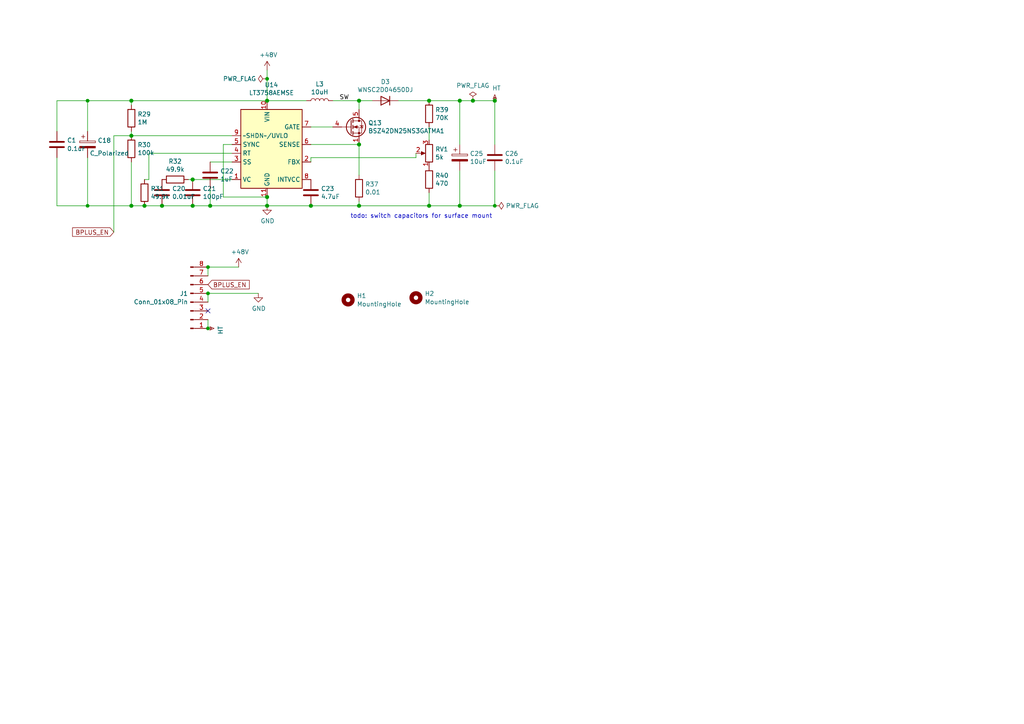
<source format=kicad_sch>
(kicad_sch (version 20230121) (generator eeschema)
  (paper "A4")
  (lib_symbols
    (symbol "Connector:Conn_01x08_Pin" (pin_names (offset 1.016) hide)
      (property "Reference" "J" (at 0 10.16 0))
      (property "Value" "Conn_01x08_Pin" (at 0 -12.7 0))
      (symbol "Conn_01x08_Pin_1_1"
        (polyline (pts (xy 1.27 -10.16) (xy 0.8636 -10.16)) (stroke (width 0.1524)))
        (polyline (pts (xy 1.27 -7.62) (xy 0.8636 -7.62)) (stroke (width 0.1524)))
        (polyline (pts (xy 1.27 -5.08) (xy 0.8636 -5.08)) (stroke (width 0.1524)))
        (polyline (pts (xy 1.27 -2.54) (xy 0.8636 -2.54)) (stroke (width 0.1524)))
        (polyline (pts (xy 1.27 0) (xy 0.8636 0)) (stroke (width 0.1524)))
        (polyline (pts (xy 1.27 2.54) (xy 0.8636 2.54)) (stroke (width 0.1524)))
        (polyline (pts (xy 1.27 5.08) (xy 0.8636 5.08)) (stroke (width 0.1524)))
        (polyline (pts (xy 1.27 7.62) (xy 0.8636 7.62)) (stroke (width 0.1524)))
        (rectangle (start 0.8636 -10.033) (end 0 -10.287) (stroke (width 0.1524)) (fill (type outline)))
        (rectangle (start 0.8636 -7.493) (end 0 -7.747) (stroke (width 0.1524)) (fill (type outline)))
        (rectangle (start 0.8636 -4.953) (end 0 -5.207) (stroke (width 0.1524)) (fill (type outline)))
        (rectangle (start 0.8636 -2.413) (end 0 -2.667) (stroke (width 0.1524)) (fill (type outline)))
        (rectangle (start 0.8636 0.127) (end 0 -0.127) (stroke (width 0.1524)) (fill (type outline)))
        (rectangle (start 0.8636 2.667) (end 0 2.413) (stroke (width 0.1524)) (fill (type outline)))
        (rectangle (start 0.8636 5.207) (end 0 4.953) (stroke (width 0.1524)) (fill (type outline)))
        (rectangle (start 0.8636 7.747) (end 0 7.493) (stroke (width 0.1524)) (fill (type outline)))
        (pin passive line (at 5.08 7.62 180) (length 3.81) (name "Pin_1") (number "1"))
        (pin passive line (at 5.08 5.08 180) (length 3.81) (name "Pin_2") (number "2"))
        (pin passive line (at 5.08 2.54 180) (length 3.81) (name "Pin_3") (number "3"))
        (pin passive line (at 5.08 0 180) (length 3.81) (name "Pin_4") (number "4"))
        (pin passive line (at 5.08 -2.54 180) (length 3.81) (name "Pin_5") (number "5"))
        (pin passive line (at 5.08 -5.08 180) (length 3.81) (name "Pin_6") (number "6"))
        (pin passive line (at 5.08 -7.62 180) (length 3.81) (name "Pin_7") (number "7"))
        (pin passive line (at 5.08 -10.16 180) (length 3.81) (name "Pin_8") (number "8"))
      )
    )
    (symbol "Device:C" (pin_numbers hide) (pin_names (offset 0.254))
      (property "Reference" "C" (at 0.635 2.54 0))
      (property "Value" "C" (at 0.635 -2.54 0))
      (symbol "C_0_1"
        (polyline (pts (xy -2.032 -0.762) (xy 2.032 -0.762)) (stroke (width 0.508)))
        (polyline (pts (xy -2.032 0.762) (xy 2.032 0.762)) (stroke (width 0.508)))
      )
      (symbol "C_1_1"
        (pin passive line (at 0 3.81 270) (length 2.794) (name "~") (number "1"))
        (pin passive line (at 0 -3.81 90) (length 2.794) (name "~") (number "2"))
      )
    )
    (symbol "Device:CP" (pin_numbers hide) (pin_names (offset 0.254))
      (property "Reference" "C" (at 0.635 2.54 0))
      (property "Value" "CP" (at 0.635 -2.54 0))
      (symbol "CP_0_1"
        (rectangle (start -2.286 0.508) (end 2.286 1.016))
        (polyline (pts (xy -1.778 2.286) (xy -0.762 2.286)))
        (polyline (pts (xy -1.27 2.794) (xy -1.27 1.778)))
        (rectangle (start 2.286 -0.508) (end -2.286 -1.016) (fill (type outline)))
      )
      (symbol "CP_1_1"
        (pin passive line (at 0 3.81 270) (length 2.794) (name "~") (number "1"))
        (pin passive line (at 0 -3.81 90) (length 2.794) (name "~") (number "2"))
      )
    )
    (symbol "Device:C_Polarized" (pin_numbers hide) (pin_names (offset 0.254))
      (property "Reference" "C" (at 0.635 2.54 0))
      (property "Value" "C_Polarized" (at 0.635 -2.54 0))
      (symbol "C_Polarized_0_1"
        (rectangle (start -2.286 0.508) (end 2.286 1.016))
        (polyline (pts (xy -1.778 2.286) (xy -0.762 2.286)))
        (polyline (pts (xy -1.27 2.794) (xy -1.27 1.778)))
        (rectangle (start 2.286 -0.508) (end -2.286 -1.016) (fill (type outline)))
      )
      (symbol "C_Polarized_1_1"
        (pin passive line (at 0 3.81 270) (length 2.794) (name "~") (number "1"))
        (pin passive line (at 0 -3.81 90) (length 2.794) (name "~") (number "2"))
      )
    )
    (symbol "Device:L" (pin_numbers hide) (pin_names (offset 1.016) hide)
      (property "Reference" "L" (at -1.27 0 90))
      (property "Value" "L" (at 1.905 0 90))
      (symbol "L_0_1"
        (arc (start 0 -2.54) (mid 0.6323 -1.905) (end 0 -1.27))
        (arc (start 0 -1.27) (mid 0.6323 -0.635) (end 0 0))
        (arc (start 0 0) (mid 0.6323 0.635) (end 0 1.27))
        (arc (start 0 1.27) (mid 0.6323 1.905) (end 0 2.54))
      )
      (symbol "L_1_1"
        (pin passive line (at 0 3.81 270) (length 1.27) (name "1") (number "1"))
        (pin passive line (at 0 -3.81 90) (length 1.27) (name "2") (number "2"))
      )
    )
    (symbol "Device:R" (pin_numbers hide) (pin_names (offset 0))
      (property "Reference" "R" (at 2.032 0 90))
      (property "Value" "R" (at 0 0 90))
      (symbol "R_0_1"
        (rectangle (start -1.016 -2.54) (end 1.016 2.54) (stroke (width 0.254)))
      )
      (symbol "R_1_1"
        (pin passive line (at 0 3.81 270) (length 1.27) (name "~") (number "1"))
        (pin passive line (at 0 -3.81 90) (length 1.27) (name "~") (number "2"))
      )
    )
    (symbol "Device:R_POT" (pin_names (offset 1.016) hide)
      (property "Reference" "RV" (at -4.445 0 90))
      (property "Value" "R_POT" (at -2.54 0 90))
      (symbol "R_POT_0_1"
        (polyline (pts (xy 2.54 0) (xy 1.524 0)))
        (polyline (pts (xy 1.143 0) (xy 2.286 0.508) (xy 2.286 -0.508) (xy 1.143 0)) (fill (type outline)))
        (rectangle (start 1.016 2.54) (end -1.016 -2.54) (stroke (width 0.254)))
      )
      (symbol "R_POT_1_1"
        (pin passive line (at 0 3.81 270) (length 1.27) (name "1") (number "1"))
        (pin passive line (at 3.81 0 180) (length 1.27) (name "2") (number "2"))
        (pin passive line (at 0 -3.81 90) (length 1.27) (name "3") (number "3"))
      )
    )
    (symbol "Diode:1N5402" (pin_numbers hide) (pin_names (offset 1.016) hide)
      (property "Reference" "D" (at 0 2.54 0))
      (property "Value" "1N5402" (at 0 -2.54 0))
      (symbol "1N5402_0_1"
        (polyline (pts (xy -1.27 1.27) (xy -1.27 -1.27)) (stroke (width 0.254)))
        (polyline (pts (xy 1.27 0) (xy -1.27 0)))
        (polyline (pts (xy 1.27 1.27) (xy 1.27 -1.27) (xy -1.27 0) (xy 1.27 1.27)) (stroke (width 0.254)))
      )
      (symbol "1N5402_1_1"
        (pin passive line (at -3.81 0 0) (length 2.54) (name "K") (number "1"))
        (pin passive line (at 3.81 0 180) (length 2.54) (name "A") (number "2"))
      )
    )
    (symbol "Mechanical:MountingHole" (pin_names (offset 1.016))
      (property "Reference" "H" (at 0 5.08 0))
      (property "Value" "MountingHole" (at 0 3.175 0))
      (symbol "MountingHole_0_1"
        (circle (center 0 0) (radius 1.27) (stroke (width 1.27)))
      )
    )
    (symbol "PWR_FLAG_1" (power) (pin_numbers hide) (pin_names (offset 0) hide)
      (property "Value" "PWR_FLAG_1" (at 0 3.81 0))
      (symbol "PWR_FLAG_1_0_0"
        (pin power_out line (at 0 0 90) (length 0) (name "pwr") (number "1"))
      )
      (symbol "PWR_FLAG_1_0_1"
        (polyline (pts (xy 0 0) (xy 0 1.27) (xy -1.016 1.905) (xy 0 2.54) (xy 1.016 1.905) (xy 0 1.27)))
      )
    )
    (symbol "Regulator_Switching:LT3757AEMSE"
      (property "Reference" "U" (at -6.35 11.43 0))
      (property "Value" "LT3757AEMSE" (at 1.27 11.43 0))
      (symbol "LT3757AEMSE_0_1"
        (rectangle (start -7.62 10.16) (end 10.16 -12.7) (stroke (width 0.254)) (fill (type background)))
      )
      (symbol "LT3757AEMSE_1_1"
        (pin input line (at -10.16 -10.16 0) (length 2.54) (name "VC") (number "1"))
        (pin power_in line (at 0 12.7 270) (length 2.54) (name "VIN") (number "10"))
        (pin power_in line (at 0 -15.24 90) (length 2.54) (name "GND") (number "11"))
        (pin input line (at 12.7 -5.08 180) (length 2.54) (name "FBX") (number "2"))
        (pin input line (at -10.16 -5.08 0) (length 2.54) (name "SS") (number "3"))
        (pin input line (at -10.16 -2.54 0) (length 2.54) (name "RT") (number "4"))
        (pin input line (at -10.16 0 0) (length 2.54) (name "SYNC") (number "5"))
        (pin input line (at 12.7 0 180) (length 2.54) (name "SENSE") (number "6"))
        (pin output line (at 12.7 5.08 180) (length 2.54) (name "GATE") (number "7"))
        (pin output line (at 12.7 -10.16 180) (length 2.54) (name "INTVCC") (number "8"))
        (pin input line (at -10.16 2.54 0) (length 2.54) (name "~SHDN~/UVLO") (number "9"))
      )
    )
    (symbol "Transistor_FET:BSC082N10LSG" (pin_names hide)
      (property "Reference" "Q" (at 5.08 1.905 0))
      (property "Value" "BSC082N10LSG" (at 5.08 0 0))
      (symbol "BSC082N10LSG_0_1"
        (polyline (pts (xy 0.254 0) (xy -2.54 0)))
        (polyline (pts (xy 0.254 1.905) (xy 0.254 -1.905)) (stroke (width 0.254)))
        (polyline (pts (xy 0.762 -1.27) (xy 0.762 -2.286)) (stroke (width 0.254)))
        (polyline (pts (xy 0.762 0.508) (xy 0.762 -0.508)) (stroke (width 0.254)))
        (polyline (pts (xy 0.762 2.286) (xy 0.762 1.27)) (stroke (width 0.254)))
        (polyline (pts (xy 2.54 2.54) (xy 2.54 1.778)))
        (polyline (pts (xy 2.54 -2.54) (xy 2.54 0) (xy 0.762 0)))
        (polyline (pts (xy 0.762 -1.778) (xy 3.302 -1.778) (xy 3.302 1.778) (xy 0.762 1.778)))
        (polyline (pts (xy 1.016 0) (xy 2.032 0.381) (xy 2.032 -0.381) (xy 1.016 0)) (fill (type outline)))
        (polyline (pts (xy 2.794 0.508) (xy 2.921 0.381) (xy 3.683 0.381) (xy 3.81 0.254)))
        (polyline (pts (xy 3.302 0.381) (xy 2.921 -0.254) (xy 3.683 -0.254) (xy 3.302 0.381)))
        (circle (center 1.651 0) (radius 2.794) (stroke (width 0.254)))
        (circle (center 2.54 -1.778) (radius 0.254) (fill (type outline)))
        (circle (center 2.54 1.778) (radius 0.254) (fill (type outline)))
      )
      (symbol "BSC082N10LSG_1_1"
        (pin passive line (at 2.54 -5.08 90) (length 2.54) (name "S") (number "1"))
        (pin passive line (at 2.54 -5.08 90) (length 2.54) hide (name "S") (number "2"))
        (pin passive line (at 2.54 -5.08 90) (length 2.54) hide (name "S") (number "3"))
        (pin passive line (at -5.08 0 0) (length 2.54) (name "G") (number "4"))
        (pin passive line (at 2.54 5.08 270) (length 2.54) (name "D") (number "5"))
      )
    )
    (symbol "power:+48V" (power) (pin_names (offset 0))
      (property "Value" "+48V" (at 0 3.556 0))
      (symbol "+48V_0_1"
        (polyline (pts (xy -0.762 1.27) (xy 0 2.54)))
        (polyline (pts (xy 0 0) (xy 0 2.54)))
        (polyline (pts (xy 0 2.54) (xy 0.762 1.27)))
      )
      (symbol "+48V_1_1"
        (pin power_in line (at 0 0 90) (length 0) hide (name "+48V") (number "1"))
      )
    )
    (symbol "power:GND" (power) (pin_names (offset 0))
      (property "Value" "GND" (at 0 -3.81 0))
      (symbol "GND_0_1"
        (polyline (pts (xy 0 0) (xy 0 -1.27) (xy 1.27 -1.27) (xy 0 -2.54) (xy -1.27 -1.27) (xy 0 -1.27)))
      )
      (symbol "GND_1_1"
        (pin power_in line (at 0 0 270) (length 0) hide (name "GND") (number "1"))
      )
    )
    (symbol "power:HT" (power) (pin_names (offset 0))
      (property "Value" "HT" (at 0 2.286 0))
      (symbol "HT_0_0"
        (pin power_in line (at 0 0 90) (length 0) hide (name "HT") (number "1"))
      )
      (symbol "HT_0_1"
        (polyline (pts (xy 0 0) (xy 0 1.016) (xy 0 1.016)))
        (polyline (pts (xy 0 1.016) (xy 0.508 0.508) (xy 0 1.778) (xy -0.508 0.508) (xy 0 1.016) (xy 0 1.016)))
      )
    )
    (symbol "power:PWR_FLAG" (power) (pin_numbers hide) (pin_names (offset 0) hide)
      (property "Value" "PWR_FLAG" (at 0 3.81 0))
      (symbol "PWR_FLAG_0_0"
        (pin power_out line (at 0 0 90) (length 0) (name "pwr") (number "1"))
      )
      (symbol "PWR_FLAG_0_1"
        (polyline (pts (xy 0 0) (xy 0 1.27) (xy -1.016 1.905) (xy 0 2.54) (xy 1.016 1.905) (xy 0 1.27)))
      )
    )
  )
  (junction (at 77.47 57.15) (diameter 1.016))
  (junction (at 38.1 59.69) (diameter 1.016))
  (junction (at 104.14 41.91) (diameter 1.016))
  (junction (at 60.325 77.47))
  (junction (at 90.17 59.69) (diameter 1.016))
  (junction (at 55.88 59.69) (diameter 1.016))
  (junction (at 25.4 59.69))
  (junction (at 25.4 29.21))
  (junction (at 124.46 59.69) (diameter 1.016))
  (junction (at 77.47 29.21) (diameter 1.016))
  (junction (at 60.96 59.69) (diameter 1.016))
  (junction (at 137.16 29.21) (diameter 1.016))
  (junction (at 60.325 85.09))
  (junction (at 133.35 59.69) (diameter 1.016))
  (junction (at 143.51 29.21) (diameter 1.016))
  (junction (at 77.47 22.86))
  (junction (at 38.1 29.21) (diameter 1.016))
  (junction (at 55.88 52.07) (diameter 1.016))
  (junction (at 38.1 39.37) (diameter 1.016))
  (junction (at 104.14 59.69) (diameter 1.016))
  (junction (at 60.325 95.25))
  (junction (at 133.35 29.21) (diameter 1.016))
  (junction (at 77.47 59.69) (diameter 1.016))
  (junction (at 143.51 59.69))
  (junction (at 46.99 59.69) (diameter 1.016))
  (junction (at 104.14 29.21) (diameter 1.016))
  (junction (at 124.46 29.21) (diameter 1.016))
  (junction (at 41.91 59.69) (diameter 1.016))
  (no_connect (at 60.325 90.17))
  (wire (pts (xy 120.65 45.72) (xy 120.65 44.45)))
  (wire (pts (xy 41.91 59.69) (xy 38.1 59.69)))
  (wire (pts (xy 67.31 44.45) (xy 43.18 44.45)))
  (wire (pts (xy 60.96 54.61) (xy 60.96 59.69)))
  (wire (pts (xy 143.51 29.21) (xy 137.16 29.21)))
  (wire (pts (xy 133.35 49.53) (xy 133.35 59.69)))
  (wire (pts (xy 124.46 29.21) (xy 133.35 29.21)))
  (wire (pts (xy 25.4 45.72) (xy 25.4 59.69)))
  (wire (pts (xy 143.51 49.53) (xy 143.51 59.69)))
  (wire (pts (xy 115.57 29.21) (xy 124.46 29.21)))
  (wire (pts (xy 38.1 30.48) (xy 38.1 29.21)))
  (wire (pts (xy 90.17 45.72) (xy 90.17 46.99)))
  (wire (pts (xy 16.51 29.21) (xy 25.4 29.21)))
  (wire (pts (xy 64.77 57.15) (xy 77.47 57.15)))
  (wire (pts (xy 90.17 36.83) (xy 96.52 36.83)))
  (wire (pts (xy 124.46 59.69) (xy 104.14 59.69)))
  (wire (pts (xy 77.47 22.86) (xy 77.47 29.21)))
  (wire (pts (xy 77.47 59.69) (xy 90.17 59.69)))
  (wire (pts (xy 124.46 55.88) (xy 124.46 59.69)))
  (wire (pts (xy 60.325 77.47) (xy 60.325 80.01)))
  (wire (pts (xy 60.96 46.99) (xy 67.31 46.99)))
  (wire (pts (xy 16.51 59.69) (xy 25.4 59.69)))
  (wire (pts (xy 60.325 92.71) (xy 60.325 95.25)))
  (wire (pts (xy 33.02 39.37) (xy 38.1 39.37)))
  (wire (pts (xy 143.51 41.91) (xy 143.51 29.21)))
  (wire (pts (xy 96.52 29.21) (xy 104.14 29.21)))
  (wire (pts (xy 38.1 38.1) (xy 38.1 39.37)))
  (wire (pts (xy 25.4 59.69) (xy 38.1 59.69)))
  (wire (pts (xy 104.14 41.91) (xy 104.14 50.8)))
  (wire (pts (xy 143.51 59.69) (xy 133.35 59.69)))
  (wire (pts (xy 38.1 59.69) (xy 38.1 46.99)))
  (wire (pts (xy 77.47 57.15) (xy 77.47 59.69)))
  (wire (pts (xy 77.47 29.21) (xy 88.9 29.21)))
  (wire (pts (xy 104.14 29.21) (xy 104.14 31.75)))
  (wire (pts (xy 104.14 41.91) (xy 90.17 41.91)))
  (wire (pts (xy 133.35 59.69) (xy 124.46 59.69)))
  (wire (pts (xy 120.65 45.72) (xy 90.17 45.72)))
  (wire (pts (xy 124.46 40.64) (xy 124.46 36.83)))
  (wire (pts (xy 133.35 41.91) (xy 133.35 29.21)))
  (wire (pts (xy 77.47 20.32) (xy 77.47 22.86)))
  (wire (pts (xy 46.99 59.69) (xy 55.88 59.69)))
  (wire (pts (xy 38.1 29.21) (xy 77.47 29.21)))
  (wire (pts (xy 137.16 29.21) (xy 133.35 29.21)))
  (wire (pts (xy 67.31 39.37) (xy 38.1 39.37)))
  (wire (pts (xy 25.4 29.21) (xy 38.1 29.21)))
  (wire (pts (xy 54.61 52.07) (xy 55.88 52.07)))
  (wire (pts (xy 55.88 52.07) (xy 67.31 52.07)))
  (wire (pts (xy 60.96 59.69) (xy 77.47 59.69)))
  (wire (pts (xy 43.18 44.45) (xy 43.18 52.07)))
  (wire (pts (xy 43.18 52.07) (xy 41.91 52.07)))
  (wire (pts (xy 55.88 59.69) (xy 60.96 59.69)))
  (wire (pts (xy 107.95 29.21) (xy 104.14 29.21)))
  (wire (pts (xy 69.215 77.47) (xy 60.325 77.47)))
  (wire (pts (xy 67.31 41.91) (xy 64.77 41.91)))
  (wire (pts (xy 25.4 38.1) (xy 25.4 29.21)))
  (wire (pts (xy 60.325 85.09) (xy 60.325 87.63)))
  (wire (pts (xy 104.14 59.69) (xy 104.14 58.42)))
  (wire (pts (xy 64.77 41.91) (xy 64.77 57.15)))
  (wire (pts (xy 33.02 67.31) (xy 33.02 39.37)))
  (wire (pts (xy 16.51 45.72) (xy 16.51 59.69)))
  (wire (pts (xy 90.17 59.69) (xy 104.14 59.69)))
  (wire (pts (xy 16.51 38.1) (xy 16.51 29.21)))
  (wire (pts (xy 46.99 59.69) (xy 41.91 59.69)))
  (wire (pts (xy 74.93 85.09) (xy 60.325 85.09)))
  (text "todo: switch capacitors for surface mount" (at 101.6 63.5 0) (effects (font (size 1.27 1.27)) (justify left bottom)))
  (label "SW" (at 98.425 29.21 0))
  (global_label "BPLUS_EN" (shape input) (at 33.02 67.31 180) (property "Intersheetrefs" "${INTERSHEET_REFS}" (effects hide)))
  (global_label "BPLUS_EN" (shape input) (at 60.325 82.55 0) (property "Intersheetrefs" "${INTERSHEET_REFS}" (effects hide)))
  (symbol (lib_id "Regulator_Switching:LT3757AEMSE") (at 77.47 41.91 0) (unit 1)
    (property "Reference" "U14" (at 78.74 24.6126 0))
    (property "Value" "LT3758AEMSE" (at 78.74 26.924 0))
    (property "Footprint" "Package_SO:MSOP-10-1EP_3x3mm_P0.5mm_EP1.68x1.88mm" (effects hide))
    (property "Datasheet" "https://www.analog.com/media/en/technical-documentation/data-sheets/3757Afe.pdf" (effects hide))
    (property "Digikey" "LT3758AEMSE#TRPBFCT-ND" (effects hide))
  )
  (symbol (lib_id "power:+48V") (at 77.47 20.32 0) (unit 1)
    (property "Reference" "#PWR0170" (effects hide))
    (property "Value" "+48V" (at 77.851 15.9258 0))
  )
  (symbol (lib_id "Device:R") (at 38.1 43.18 0) (unit 1)
    (property "Reference" "R30" (at 39.878 42.0116 0) (effects (justify left)))
    (property "Value" "100k" (at 39.878 44.323 0) (effects (justify left)))
    (property "Footprint" "Resistor_SMD:R_0805_2012Metric_Pad1.20x1.40mm_HandSolder" (effects hide))
    (property "Digikey" "311-100KCRCT-ND" (effects hide))
  )
  (symbol (lib_id "power:GND") (at 77.47 59.69 0) (unit 1)
    (property "Reference" "#PWR0171" (effects hide))
    (property "Value" "GND" (at 77.597 64.0842 0))
  )
  (symbol (lib_id "Device:R") (at 50.8 52.07 270) (unit 1)
    (property "Reference" "R32" (at 50.8 46.8122 90))
    (property "Value" "49.9k" (at 50.8 49.1236 90))
    (property "Footprint" "Resistor_SMD:R_0805_2012Metric_Pad1.20x1.40mm_HandSolder" (effects hide))
    (property "Digikey" " 311-49.9KCRCT-ND" (effects hide))
  )
  (symbol (lib_id "Device:C") (at 55.88 55.88 0) (unit 1)
    (property "Reference" "C21" (at 58.801 54.7116 0) (effects (justify left)))
    (property "Value" "100pF" (at 58.801 57.023 0) (effects (justify left)))
    (property "Footprint" "Capacitor_SMD:C_0805_2012Metric_Pad1.18x1.45mm_HandSolder" (effects hide))
    (property "Voltage" "10V" (effects hide))
    (property "Digikey" " 1276-2569-1-ND" (effects hide))
  )
  (symbol (lib_id "Device:C") (at 46.99 55.88 0) (unit 1)
    (property "Reference" "C20" (at 49.911 54.7116 0) (effects (justify left)))
    (property "Value" "0.01uF" (at 49.911 57.023 0) (effects (justify left)))
    (property "Footprint" "Capacitor_SMD:C_0805_2012Metric_Pad1.18x1.45mm_HandSolder" (effects hide))
    (property "Voltage" "10V" (effects hide))
    (property "Digikey" "1276-2434-1-ND" (effects hide))
  )
  (symbol (lib_id "Device:C") (at 60.96 50.8 0) (unit 1)
    (property "Reference" "C22" (at 63.881 49.6316 0) (effects (justify left)))
    (property "Value" "1uF" (at 63.881 51.943 0) (effects (justify left)))
    (property "Footprint" "Capacitor_SMD:C_0805_2012Metric" (effects hide))
    (property "Voltage" "10V" (effects hide))
    (property "Digikey" "587-2229-1-ND" (effects hide))
  )
  (symbol (lib_id "Device:R") (at 41.91 55.88 0) (unit 1)
    (property "Reference" "R31" (at 43.688 54.7116 0) (effects (justify left)))
    (property "Value" "49.9k" (at 43.688 57.023 0) (effects (justify left)))
    (property "Footprint" "Resistor_SMD:R_0805_2012Metric_Pad1.20x1.40mm_HandSolder" (effects hide))
    (property "Digikey" " 311-49.9KCRCT-ND" (effects hide))
  )
  (symbol (lib_id "Device:C") (at 90.17 55.88 0) (unit 1)
    (property "Reference" "C23" (at 93.091 54.7116 0) (effects (justify left)))
    (property "Value" "4.7uF" (at 93.091 57.023 0) (effects (justify left)))
    (property "Footprint" "Capacitor_SMD:C_0805_2012Metric_Pad1.18x1.45mm_HandSolder" (effects hide))
    (property "Voltage" "10V" (effects hide))
    (property "Digikey" "1276-3177-1-ND" (effects hide))
  )
  (symbol (lib_id "Transistor_FET:BSC082N10LSG") (at 101.6 36.83 0) (unit 1)
    (property "Reference" "Q13" (at 106.7816 35.6616 0) (effects (justify left)))
    (property "Value" "BSZ42DN25NS3GATMA1" (at 106.7816 37.973 0) (effects (justify left)))
    (property "Footprint" "Package_TO_SOT_SMD:TDSON-8-1" (effects hide))
    (property "Digikey" "BSZ42DN25NS3GATMA1CT-ND" (effects hide))
  )
  (symbol (lib_id "Device:R") (at 104.14 54.61 0) (unit 1)
    (property "Reference" "R37" (at 105.918 53.4416 0) (effects (justify left)))
    (property "Value" "0.01" (at 105.918 55.753 0) (effects (justify left)))
    (property "Footprint" "Resistor_SMD:R_0805_2012Metric_Pad1.20x1.40mm_HandSolder" (effects hide))
    (property "Digikey" "311-0.01NUCT-ND" (effects hide))
  )
  (symbol (lib_id "Device:L") (at 92.71 29.21 90) (unit 1)
    (property "Reference" "L3" (at 92.71 24.384 90))
    (property "Value" "10uH" (at 92.71 26.6954 90))
    (property "Footprint" "Inductor_SMD:L_Wuerth_HCI-1040" (effects hide))
    (property "Digikey" "732-4179-1-ND" (effects hide))
  )
  (symbol (lib_id "Device:R") (at 124.46 33.02 0) (unit 1)
    (property "Reference" "R39" (at 126.238 31.8516 0) (effects (justify left)))
    (property "Value" "70K" (at 126.238 34.163 0) (effects (justify left)))
    (property "Footprint" "Resistor_SMD:R_1206_3216Metric_Pad1.30x1.75mm_HandSolder" (effects hide))
    (property "Digikey" " 311-68.0KFRCT-ND" (effects hide))
  )
  (symbol (lib_id "Device:R") (at 124.46 52.07 0) (unit 1)
    (property "Reference" "R40" (at 126.238 50.9016 0) (effects (justify left)))
    (property "Value" "470" (at 126.238 53.213 0) (effects (justify left)))
    (property "Footprint" "Resistor_SMD:R_0805_2012Metric_Pad1.20x1.40mm_HandSolder" (effects hide))
    (property "Digikey" " 311-470CRCT-ND" (effects hide))
  )
  (symbol (lib_id "Device:CP") (at 133.35 45.72 0) (unit 1)
    (property "Reference" "C25" (at 136.271 44.5516 0) (effects (justify left)))
    (property "Value" "10uF" (at 136.271 46.863 0) (effects (justify left)))
    (property "Footprint" "Capacitor_THT:CP_Radial_D8.0mm_P3.50mm" (effects hide))
    (property "Voltage" "250V" (effects hide))
    (property "Digikey" "565-5070-ND" (effects hide))
  )
  (symbol (lib_id "Device:C") (at 143.51 45.72 0) (unit 1)
    (property "Reference" "C26" (at 146.431 44.5516 0) (effects (justify left)))
    (property "Value" "0.1uF" (at 146.431 46.863 0) (effects (justify left)))
    (property "Footprint" "Capacitor_SMD:C_1206_3216Metric_Pad1.33x1.80mm_HandSolder" (effects hide))
    (property "Voltage" "250V" (effects hide))
    (property "Digikey" "311-4585-1-ND" (effects hide))
  )
  (symbol (lib_id "Device:C_Polarized") (at 25.4 41.91 0) (unit 1)
    (property "Reference" "C18" (at 28.321 40.7416 0) (effects (justify left)))
    (property "Value" "C_Polarized" (at 26.035 44.45 0) (effects (justify left)))
    (property "Footprint" "Capacitor_SMD:CP_Elec_6.3x5.9" (effects hide))
    (property "Voltage" "63V" (effects hide))
    (property "Digikey" "P15466CT-ND" (effects hide))
  )
  (symbol (lib_id "Device:R_POT") (at 124.46 44.45 180) (unit 1)
    (property "Reference" "RV1" (at 126.238 43.2816 0) (effects (justify right)))
    (property "Value" "5k" (at 126.238 45.593 0) (effects (justify right)))
    (property "Footprint" "Potentiometer_SMD:Potentiometer_Bourns_3314S_Horizontal" (effects hide))
    (property "Digikey" "3314S-1-502ECT-ND" (effects hide))
  )
  (symbol (lib_id "Diode:1N5402") (at 111.76 29.21 180) (unit 1)
    (property "Reference" "D3" (at 111.76 23.7236 0))
    (property "Value" "WNSC2D04650DJ" (at 111.76 26.035 0))
    (property "Footprint" "Package_TO_SOT_SMD:TO-252-2_TabPin1" (effects hide))
    (property "Digikey" "1740-WNSC2D04650DJCT-ND" (effects hide))
  )
  (symbol (lib_id "power:HT") (at 143.51 29.21 0) (unit 1)
    (property "Reference" "#PWR0172" (effects hide))
    (property "Value" "HT" (at 144.018 25.5778 0))
  )
  (symbol (lib_id "Device:R") (at 38.1 34.29 0) (unit 1)
    (property "Reference" "R29" (at 39.878 33.1216 0) (effects (justify left)))
    (property "Value" "1M" (at 39.878 35.433 0) (effects (justify left)))
    (property "Footprint" "Resistor_SMD:R_0805_2012Metric_Pad1.20x1.40mm_HandSolder" (effects hide))
    (property "Digikey" " 311-1.00MCRCT-ND" (effects hide))
  )
  (symbol (lib_id "power:PWR_FLAG") (at 137.16 29.21 0) (unit 1)
    (property "Reference" "#FLG0101" (effects hide))
    (property "Value" "PWR_FLAG" (at 137.16 24.8158 0))
  )
  (symbol (lib_id "power:HT") (at 60.325 95.25 270) (unit 1)
    (property "Reference" "#PWR03" (effects hide))
    (property "Value" "HT" (at 63.9572 95.758 0))
  )
  (symbol (lib_id "Device:C") (at 16.51 41.91 0) (unit 1)
    (property "Reference" "C1" (at 19.431 40.6979 0) (effects (justify left)))
    (property "Value" "0.1uF" (at 19.431 43.1221 0) (effects (justify left)))
    (property "Footprint" "Capacitor_SMD:C_0805_2012Metric" (effects hide))
    (property "Digikey" "399-C0805C104M5RAC7800CT-ND" (effects hide))
  )
  (symbol (lib_id "power:GND") (at 74.93 85.09 0) (unit 1)
    (property "Reference" "#PWR02" (effects hide))
    (property "Value" "GND" (at 75.057 89.4842 0))
  )
  (symbol (lib_name "PWR_FLAG_1") (lib_id "power:PWR_FLAG") (at 77.47 22.86 90) (unit 1)
    (property "Reference" "#FLG02" (effects hide))
    (property "Value" "PWR_FLAG" (at 74.2951 22.86 90) (effects (justify left)))
  )
  (symbol (lib_id "power:+48V") (at 69.215 77.47 0) (unit 1)
    (property "Reference" "#PWR01" (effects hide))
    (property "Value" "+48V" (at 69.596 73.0758 0))
  )
  (symbol (lib_name "PWR_FLAG_1") (lib_id "power:PWR_FLAG") (at 143.51 59.69 270) (unit 1)
    (property "Reference" "#FLG01" (effects hide))
    (property "Value" "PWR_FLAG" (at 146.685 59.69 90) (effects (justify left)))
  )
  (symbol (lib_id "Mechanical:MountingHole") (at 120.65 86.36 0) (unit 1)
    (property "Reference" "H2" (at 123.19 85.1479 0) (effects (justify left)))
    (property "Value" "MountingHole" (at 123.19 87.5721 0) (effects (justify left)))
    (property "Footprint" "MountingHole:MountingHole_2.7mm_M2.5" (effects hide))
  )
  (symbol (lib_id "Mechanical:MountingHole") (at 100.965 86.995 0) (unit 1)
    (property "Reference" "H1" (at 103.505 85.7829 0) (effects (justify left)))
    (property "Value" "MountingHole" (at 103.505 88.2071 0) (effects (justify left)))
    (property "Footprint" "MountingHole:MountingHole_2.7mm_M2.5" (effects hide))
  )
  (symbol (lib_id "Connector:Conn_01x08_Pin") (at 55.245 87.63 0) (mirror x) (unit 1)
    (property "Reference" "J1" (at 54.5338 85.1479 0) (effects (justify right)))
    (property "Value" "Conn_01x08_Pin" (at 54.5338 87.5721 0) (effects (justify right)))
    (property "Footprint" "Connector_PinHeader_2.54mm:PinHeader_1x08_P2.54mm_Horizontal" (effects hide))
  )
)
</source>
